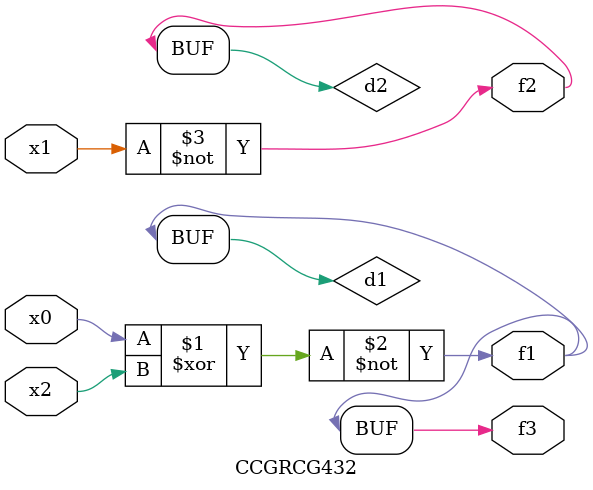
<source format=v>
module CCGRCG432(
	input x0, x1, x2,
	output f1, f2, f3
);

	wire d1, d2, d3;

	xnor (d1, x0, x2);
	nand (d2, x1);
	nor (d3, x1, x2);
	assign f1 = d1;
	assign f2 = d2;
	assign f3 = d1;
endmodule

</source>
